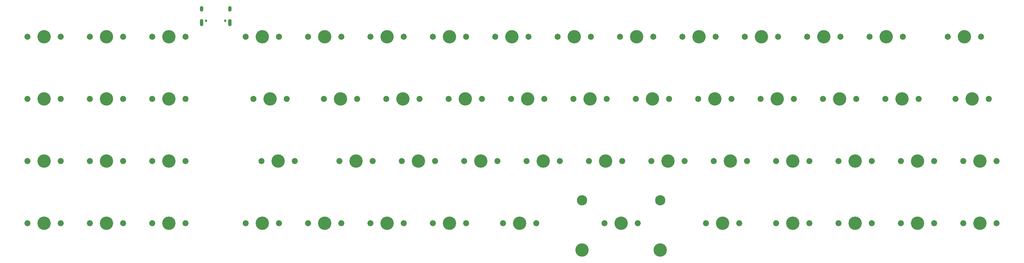
<source format=gts>
G04 #@! TF.GenerationSoftware,KiCad,Pcbnew,(5.1.6)-1*
G04 #@! TF.CreationDate,2020-06-23T20:41:26-04:00*
G04 #@! TF.ProjectId,Trout-59,54726f75-742d-4353-992e-6b696361645f,rev?*
G04 #@! TF.SameCoordinates,Original*
G04 #@! TF.FileFunction,Soldermask,Top*
G04 #@! TF.FilePolarity,Negative*
%FSLAX46Y46*%
G04 Gerber Fmt 4.6, Leading zero omitted, Abs format (unit mm)*
G04 Created by KiCad (PCBNEW (5.1.6)-1) date 2020-06-23 20:41:26*
%MOMM*%
%LPD*%
G01*
G04 APERTURE LIST*
%ADD10C,4.087800*%
%ADD11C,1.850000*%
%ADD12C,3.148000*%
%ADD13C,0.750000*%
%ADD14O,1.100000X2.200000*%
%ADD15O,1.100000X1.700000*%
G04 APERTURE END LIST*
D10*
G04 #@! TO.C,MX49*
X98425000Y-104775000D03*
D11*
X93345000Y-104775000D03*
X103505000Y-104775000D03*
G04 #@! TD*
D10*
G04 #@! TO.C,MX31*
X31750000Y-85725000D03*
D11*
X26670000Y-85725000D03*
X36830000Y-85725000D03*
G04 #@! TD*
D10*
G04 #@! TO.C,MX4*
X98425000Y-47625000D03*
D11*
X93345000Y-47625000D03*
X103505000Y-47625000D03*
G04 #@! TD*
D10*
G04 #@! TO.C,MX16*
X31750000Y-66675000D03*
D11*
X26670000Y-66675000D03*
X36830000Y-66675000D03*
G04 #@! TD*
D10*
G04 #@! TO.C,MX15*
X312737500Y-47625000D03*
D11*
X307657500Y-47625000D03*
X317817500Y-47625000D03*
G04 #@! TD*
D10*
G04 #@! TO.C,MX5*
X117475000Y-47625000D03*
D11*
X112395000Y-47625000D03*
X122555000Y-47625000D03*
G04 #@! TD*
D10*
G04 #@! TO.C,MX46*
X31750000Y-104775000D03*
D11*
X26670000Y-104775000D03*
X36830000Y-104775000D03*
G04 #@! TD*
D10*
G04 #@! TO.C,MX47*
X50800000Y-104775000D03*
D11*
X45720000Y-104775000D03*
X55880000Y-104775000D03*
G04 #@! TD*
D10*
G04 #@! TO.C,MX48*
X69850000Y-104775000D03*
D11*
X64770000Y-104775000D03*
X74930000Y-104775000D03*
G04 #@! TD*
D10*
G04 #@! TO.C,MX54*
X207962500Y-104775000D03*
D11*
X202882500Y-104775000D03*
X213042500Y-104775000D03*
D12*
X196056250Y-97790000D03*
X219868750Y-97790000D03*
D10*
X196056250Y-113030000D03*
X219868750Y-113030000D03*
G04 #@! TD*
G04 #@! TO.C,MX32*
X50800000Y-85725000D03*
D11*
X45720000Y-85725000D03*
X55880000Y-85725000D03*
G04 #@! TD*
D10*
G04 #@! TO.C,MX2*
X50800000Y-47625000D03*
D11*
X45720000Y-47625000D03*
X55880000Y-47625000D03*
G04 #@! TD*
D10*
G04 #@! TO.C,MX38*
X184150000Y-85725000D03*
D11*
X179070000Y-85725000D03*
X189230000Y-85725000D03*
G04 #@! TD*
D10*
G04 #@! TO.C,MX10*
X212725000Y-47625000D03*
D11*
X207645000Y-47625000D03*
X217805000Y-47625000D03*
G04 #@! TD*
D10*
G04 #@! TO.C,MX8*
X174625000Y-47625000D03*
D11*
X169545000Y-47625000D03*
X179705000Y-47625000D03*
G04 #@! TD*
D10*
G04 #@! TO.C,MX6*
X136525000Y-47625000D03*
D11*
X131445000Y-47625000D03*
X141605000Y-47625000D03*
G04 #@! TD*
D10*
G04 #@! TO.C,MX19*
X100806250Y-66675000D03*
D11*
X95726250Y-66675000D03*
X105886250Y-66675000D03*
G04 #@! TD*
D10*
G04 #@! TO.C,MX45*
X317500000Y-85725000D03*
D11*
X312420000Y-85725000D03*
X322580000Y-85725000D03*
G04 #@! TD*
D10*
G04 #@! TO.C,MX27*
X255587500Y-66675000D03*
D11*
X250507500Y-66675000D03*
X260667500Y-66675000D03*
G04 #@! TD*
D10*
G04 #@! TO.C,MX14*
X288925000Y-47625000D03*
D11*
X283845000Y-47625000D03*
X294005000Y-47625000D03*
G04 #@! TD*
D10*
G04 #@! TO.C,MX12*
X250825000Y-47625000D03*
D11*
X245745000Y-47625000D03*
X255905000Y-47625000D03*
G04 #@! TD*
D10*
G04 #@! TO.C,MX26*
X236537500Y-66675000D03*
D11*
X231457500Y-66675000D03*
X241617500Y-66675000D03*
G04 #@! TD*
D10*
G04 #@! TO.C,MX41*
X241300000Y-85725000D03*
D11*
X236220000Y-85725000D03*
X246380000Y-85725000D03*
G04 #@! TD*
D10*
G04 #@! TO.C,MX23*
X179387500Y-66675000D03*
D11*
X174307500Y-66675000D03*
X184467500Y-66675000D03*
G04 #@! TD*
D10*
G04 #@! TO.C,MX22*
X160337500Y-66675000D03*
D11*
X155257500Y-66675000D03*
X165417500Y-66675000D03*
G04 #@! TD*
D10*
G04 #@! TO.C,MX36*
X146050000Y-85725000D03*
D11*
X140970000Y-85725000D03*
X151130000Y-85725000D03*
G04 #@! TD*
D10*
G04 #@! TO.C,MX58*
X298450000Y-104775000D03*
D11*
X293370000Y-104775000D03*
X303530000Y-104775000D03*
G04 #@! TD*
D10*
G04 #@! TO.C,MX56*
X260350000Y-104775000D03*
D11*
X255270000Y-104775000D03*
X265430000Y-104775000D03*
G04 #@! TD*
D10*
G04 #@! TO.C,MX55*
X238918750Y-104775000D03*
D11*
X233838750Y-104775000D03*
X243998750Y-104775000D03*
G04 #@! TD*
D10*
G04 #@! TO.C,MX40*
X222250000Y-85725000D03*
D11*
X217170000Y-85725000D03*
X227330000Y-85725000D03*
G04 #@! TD*
D10*
G04 #@! TO.C,MX59*
X317500000Y-104775000D03*
D11*
X312420000Y-104775000D03*
X322580000Y-104775000D03*
G04 #@! TD*
D10*
G04 #@! TO.C,MX57*
X279400000Y-104775000D03*
D11*
X274320000Y-104775000D03*
X284480000Y-104775000D03*
G04 #@! TD*
D10*
G04 #@! TO.C,MX53*
X177006250Y-104775000D03*
D11*
X171926250Y-104775000D03*
X182086250Y-104775000D03*
G04 #@! TD*
D10*
G04 #@! TO.C,MX52*
X155575000Y-104775000D03*
D11*
X150495000Y-104775000D03*
X160655000Y-104775000D03*
G04 #@! TD*
D10*
G04 #@! TO.C,MX51*
X136525000Y-104775000D03*
D11*
X131445000Y-104775000D03*
X141605000Y-104775000D03*
G04 #@! TD*
D10*
G04 #@! TO.C,MX50*
X117475000Y-104775000D03*
D11*
X112395000Y-104775000D03*
X122555000Y-104775000D03*
G04 #@! TD*
D10*
G04 #@! TO.C,MX44*
X298450000Y-85725000D03*
D11*
X293370000Y-85725000D03*
X303530000Y-85725000D03*
G04 #@! TD*
D10*
G04 #@! TO.C,MX43*
X279400000Y-85725000D03*
D11*
X274320000Y-85725000D03*
X284480000Y-85725000D03*
G04 #@! TD*
D10*
G04 #@! TO.C,MX42*
X260350000Y-85725000D03*
D11*
X255270000Y-85725000D03*
X265430000Y-85725000D03*
G04 #@! TD*
D10*
G04 #@! TO.C,MX39*
X203200000Y-85725000D03*
D11*
X198120000Y-85725000D03*
X208280000Y-85725000D03*
G04 #@! TD*
D10*
G04 #@! TO.C,MX37*
X165100000Y-85725000D03*
D11*
X160020000Y-85725000D03*
X170180000Y-85725000D03*
G04 #@! TD*
D10*
G04 #@! TO.C,MX35*
X127000000Y-85725000D03*
D11*
X121920000Y-85725000D03*
X132080000Y-85725000D03*
G04 #@! TD*
D10*
G04 #@! TO.C,MX34*
X103187500Y-85725000D03*
D11*
X98107500Y-85725000D03*
X108267500Y-85725000D03*
G04 #@! TD*
D10*
G04 #@! TO.C,MX33*
X69850000Y-85725000D03*
D11*
X64770000Y-85725000D03*
X74930000Y-85725000D03*
G04 #@! TD*
D10*
G04 #@! TO.C,MX30*
X315118750Y-66675000D03*
D11*
X310038750Y-66675000D03*
X320198750Y-66675000D03*
G04 #@! TD*
D10*
G04 #@! TO.C,MX29*
X293687500Y-66675000D03*
D11*
X288607500Y-66675000D03*
X298767500Y-66675000D03*
G04 #@! TD*
D10*
G04 #@! TO.C,MX28*
X274637500Y-66675000D03*
D11*
X269557500Y-66675000D03*
X279717500Y-66675000D03*
G04 #@! TD*
D10*
G04 #@! TO.C,MX25*
X217487500Y-66675000D03*
D11*
X212407500Y-66675000D03*
X222567500Y-66675000D03*
G04 #@! TD*
D10*
G04 #@! TO.C,MX24*
X198437500Y-66675000D03*
D11*
X193357500Y-66675000D03*
X203517500Y-66675000D03*
G04 #@! TD*
D10*
G04 #@! TO.C,MX21*
X141287500Y-66675000D03*
D11*
X136207500Y-66675000D03*
X146367500Y-66675000D03*
G04 #@! TD*
D10*
G04 #@! TO.C,MX20*
X122237500Y-66675000D03*
D11*
X117157500Y-66675000D03*
X127317500Y-66675000D03*
G04 #@! TD*
D10*
G04 #@! TO.C,MX18*
X69850000Y-66675000D03*
D11*
X64770000Y-66675000D03*
X74930000Y-66675000D03*
G04 #@! TD*
D10*
G04 #@! TO.C,MX17*
X50800000Y-66675000D03*
D11*
X45720000Y-66675000D03*
X55880000Y-66675000D03*
G04 #@! TD*
D10*
G04 #@! TO.C,MX13*
X269875000Y-47625000D03*
D11*
X264795000Y-47625000D03*
X274955000Y-47625000D03*
G04 #@! TD*
D10*
G04 #@! TO.C,MX11*
X231775000Y-47625000D03*
D11*
X226695000Y-47625000D03*
X236855000Y-47625000D03*
G04 #@! TD*
D10*
G04 #@! TO.C,MX9*
X193675000Y-47625000D03*
D11*
X188595000Y-47625000D03*
X198755000Y-47625000D03*
G04 #@! TD*
D10*
G04 #@! TO.C,MX7*
X155575000Y-47625000D03*
D11*
X150495000Y-47625000D03*
X160655000Y-47625000D03*
G04 #@! TD*
D10*
G04 #@! TO.C,MX3*
X69850000Y-47625000D03*
D11*
X64770000Y-47625000D03*
X74930000Y-47625000D03*
G04 #@! TD*
D10*
G04 #@! TO.C,MX1*
X31750000Y-47625000D03*
D11*
X26670000Y-47625000D03*
X36830000Y-47625000D03*
G04 #@! TD*
D13*
G04 #@! TO.C,USB1*
X87027500Y-42762500D03*
X81247500Y-42762500D03*
D14*
X79817500Y-43292500D03*
X88457500Y-43292500D03*
D15*
X79817500Y-39112500D03*
X88457500Y-39112500D03*
G04 #@! TD*
M02*

</source>
